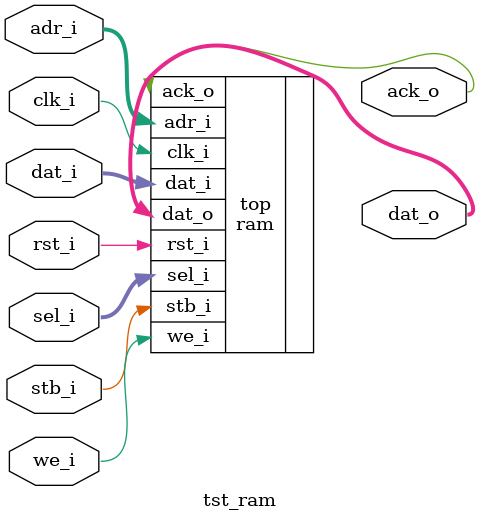
<source format=v>
`timescale 1ns/1ns

module tst_ram (
    input clk_i,
    input rst_i,
    input stb_i,
    input we_i,
    input [3:0] sel_i,
    input [31:0] dat_i,
    output reg [31:0] dat_o,
    input [29:0] adr_i,
    output ack_o
);

ram top(
    .clk_i(clk_i),
    .rst_i(rst_i),
    .stb_i(stb_i),
    .we_i(we_i),
    .sel_i(sel_i),
    .dat_i(dat_i),
    .dat_o(dat_o),
    .adr_i(adr_i),
    .ack_o(ack_o)
);

initial begin
    $dumpfile("logs/vlt_dump.vcd");
    $dumpvars();
end
    
endmodule

</source>
